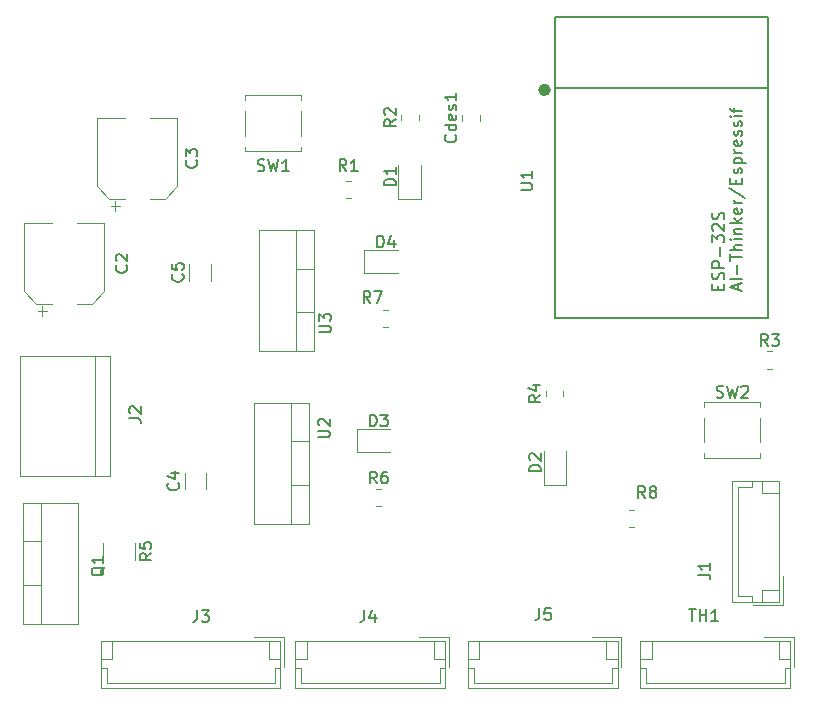
<source format=gbr>
%TF.GenerationSoftware,KiCad,Pcbnew,(5.1.12)-1*%
%TF.CreationDate,2022-01-20T18:25:14-05:00*%
%TF.ProjectId,PCB-ESP32S,5043422d-4553-4503-9332-532e6b696361,rev?*%
%TF.SameCoordinates,Original*%
%TF.FileFunction,Legend,Top*%
%TF.FilePolarity,Positive*%
%FSLAX46Y46*%
G04 Gerber Fmt 4.6, Leading zero omitted, Abs format (unit mm)*
G04 Created by KiCad (PCBNEW (5.1.12)-1) date 2022-01-20 18:25:14*
%MOMM*%
%LPD*%
G01*
G04 APERTURE LIST*
%ADD10C,0.120000*%
%ADD11C,0.150000*%
%ADD12C,0.500000*%
G04 APERTURE END LIST*
D10*
%TO.C,J1*%
X230700000Y-120085000D02*
X234720000Y-120085000D01*
X234720000Y-120085000D02*
X234720000Y-109865000D01*
X234720000Y-109865000D02*
X230700000Y-109865000D01*
X230700000Y-109865000D02*
X230700000Y-120085000D01*
X232410000Y-120085000D02*
X232410000Y-119585000D01*
X232410000Y-119585000D02*
X231200000Y-119585000D01*
X231200000Y-119585000D02*
X231200000Y-110365000D01*
X231200000Y-110365000D02*
X232410000Y-110365000D01*
X232410000Y-110365000D02*
X232410000Y-109865000D01*
X233220000Y-120085000D02*
X233220000Y-119085000D01*
X233220000Y-119085000D02*
X234720000Y-119085000D01*
X233220000Y-109865000D02*
X233220000Y-110865000D01*
X233220000Y-110865000D02*
X234720000Y-110865000D01*
X232520000Y-120385000D02*
X235020000Y-120385000D01*
X235020000Y-120385000D02*
X235020000Y-117885000D01*
%TO.C,J3*%
X192475000Y-127440000D02*
X192475000Y-123420000D01*
X192475000Y-123420000D02*
X177255000Y-123420000D01*
X177255000Y-123420000D02*
X177255000Y-127440000D01*
X177255000Y-127440000D02*
X192475000Y-127440000D01*
X192475000Y-125730000D02*
X191975000Y-125730000D01*
X191975000Y-125730000D02*
X191975000Y-126940000D01*
X191975000Y-126940000D02*
X177755000Y-126940000D01*
X177755000Y-126940000D02*
X177755000Y-125730000D01*
X177755000Y-125730000D02*
X177255000Y-125730000D01*
X192475000Y-124920000D02*
X191475000Y-124920000D01*
X191475000Y-124920000D02*
X191475000Y-123420000D01*
X177255000Y-124920000D02*
X178255000Y-124920000D01*
X178255000Y-124920000D02*
X178255000Y-123420000D01*
X192775000Y-125620000D02*
X192775000Y-123120000D01*
X192775000Y-123120000D02*
X190275000Y-123120000D01*
%TO.C,J4*%
X206445000Y-127440000D02*
X206445000Y-123420000D01*
X206445000Y-123420000D02*
X193725000Y-123420000D01*
X193725000Y-123420000D02*
X193725000Y-127440000D01*
X193725000Y-127440000D02*
X206445000Y-127440000D01*
X206445000Y-125730000D02*
X205945000Y-125730000D01*
X205945000Y-125730000D02*
X205945000Y-126940000D01*
X205945000Y-126940000D02*
X194225000Y-126940000D01*
X194225000Y-126940000D02*
X194225000Y-125730000D01*
X194225000Y-125730000D02*
X193725000Y-125730000D01*
X206445000Y-124920000D02*
X205445000Y-124920000D01*
X205445000Y-124920000D02*
X205445000Y-123420000D01*
X193725000Y-124920000D02*
X194725000Y-124920000D01*
X194725000Y-124920000D02*
X194725000Y-123420000D01*
X206745000Y-125620000D02*
X206745000Y-123120000D01*
X206745000Y-123120000D02*
X204245000Y-123120000D01*
%TO.C,J5*%
X221050000Y-127440000D02*
X221050000Y-123420000D01*
X221050000Y-123420000D02*
X208330000Y-123420000D01*
X208330000Y-123420000D02*
X208330000Y-127440000D01*
X208330000Y-127440000D02*
X221050000Y-127440000D01*
X221050000Y-125730000D02*
X220550000Y-125730000D01*
X220550000Y-125730000D02*
X220550000Y-126940000D01*
X220550000Y-126940000D02*
X208830000Y-126940000D01*
X208830000Y-126940000D02*
X208830000Y-125730000D01*
X208830000Y-125730000D02*
X208330000Y-125730000D01*
X221050000Y-124920000D02*
X220050000Y-124920000D01*
X220050000Y-124920000D02*
X220050000Y-123420000D01*
X208330000Y-124920000D02*
X209330000Y-124920000D01*
X209330000Y-124920000D02*
X209330000Y-123420000D01*
X221350000Y-125620000D02*
X221350000Y-123120000D01*
X221350000Y-123120000D02*
X218850000Y-123120000D01*
%TO.C,TH1*%
X235655000Y-127440000D02*
X235655000Y-123420000D01*
X235655000Y-123420000D02*
X222935000Y-123420000D01*
X222935000Y-123420000D02*
X222935000Y-127440000D01*
X222935000Y-127440000D02*
X235655000Y-127440000D01*
X235655000Y-125730000D02*
X235155000Y-125730000D01*
X235155000Y-125730000D02*
X235155000Y-126940000D01*
X235155000Y-126940000D02*
X223435000Y-126940000D01*
X223435000Y-126940000D02*
X223435000Y-125730000D01*
X223435000Y-125730000D02*
X222935000Y-125730000D01*
X235655000Y-124920000D02*
X234655000Y-124920000D01*
X234655000Y-124920000D02*
X234655000Y-123420000D01*
X222935000Y-124920000D02*
X223935000Y-124920000D01*
X223935000Y-124920000D02*
X223935000Y-123420000D01*
X235955000Y-125620000D02*
X235955000Y-123120000D01*
X235955000Y-123120000D02*
X233455000Y-123120000D01*
%TO.C,R5*%
X180171000Y-115100263D02*
X180171000Y-116547737D01*
X177461000Y-115100263D02*
X177461000Y-116547737D01*
%TO.C,U3*%
X195294000Y-88631400D02*
X195294000Y-98871400D01*
X190653000Y-88631400D02*
X190653000Y-98871400D01*
X195294000Y-88631400D02*
X190653000Y-88631400D01*
X195294000Y-98871400D02*
X190653000Y-98871400D01*
X193784000Y-88631400D02*
X193784000Y-98871400D01*
X195294000Y-91901400D02*
X193784000Y-91901400D01*
X195294000Y-95602400D02*
X193784000Y-95602400D01*
%TO.C,SW2*%
X228376300Y-103192400D02*
X233116300Y-103192400D01*
X228376300Y-103192400D02*
X228376300Y-103592400D01*
X233116300Y-103192400D02*
X233116300Y-103592400D01*
X228376300Y-107932400D02*
X228376300Y-107532400D01*
X228376300Y-107932400D02*
X233116300Y-107932400D01*
X233116300Y-107932400D02*
X233116300Y-107532400D01*
X233116300Y-106592400D02*
X233116300Y-104532400D01*
X228376300Y-106592400D02*
X228376300Y-104532400D01*
%TO.C,SW1*%
X189501600Y-77233600D02*
X194241600Y-77233600D01*
X189501600Y-77233600D02*
X189501600Y-77633600D01*
X194241600Y-77233600D02*
X194241600Y-77633600D01*
X189501600Y-81973600D02*
X189501600Y-81573600D01*
X189501600Y-81973600D02*
X194241600Y-81973600D01*
X194241600Y-81973600D02*
X194241600Y-81573600D01*
X194241600Y-80633600D02*
X194241600Y-78573600D01*
X189501600Y-80633600D02*
X189501600Y-78573600D01*
%TO.C,R8*%
X222438964Y-113765000D02*
X221984836Y-113765000D01*
X222438964Y-112295000D02*
X221984836Y-112295000D01*
%TO.C,Q1*%
X170720000Y-121960000D02*
X170720000Y-111720000D01*
X175361000Y-121960000D02*
X175361000Y-111720000D01*
X170720000Y-121960000D02*
X175361000Y-121960000D01*
X170720000Y-111720000D02*
X175361000Y-111720000D01*
X172230000Y-121960000D02*
X172230000Y-111720000D01*
X170720000Y-118690000D02*
X172230000Y-118690000D01*
X170720000Y-114989000D02*
X172230000Y-114989000D01*
%TO.C,Cdes1*%
X209345200Y-79382252D02*
X209345200Y-78859748D01*
X207875200Y-79382252D02*
X207875200Y-78859748D01*
%TO.C,C2*%
X171926550Y-95483750D02*
X172714050Y-95483750D01*
X172320300Y-95877500D02*
X172320300Y-95090000D01*
X176513363Y-94850000D02*
X177577800Y-93785563D01*
X171822237Y-94850000D02*
X170757800Y-93785563D01*
X171822237Y-94850000D02*
X173107800Y-94850000D01*
X176513363Y-94850000D02*
X175227800Y-94850000D01*
X177577800Y-93785563D02*
X177577800Y-88030000D01*
X170757800Y-93785563D02*
X170757800Y-88030000D01*
X170757800Y-88030000D02*
X173107800Y-88030000D01*
X177577800Y-88030000D02*
X175227800Y-88030000D01*
%TO.C,J2*%
X178054000Y-109474000D02*
X178054000Y-99314000D01*
X170434000Y-109474000D02*
X178054000Y-109474000D01*
X170434000Y-99314000D02*
X170434000Y-109474000D01*
X178054000Y-99314000D02*
X170434000Y-99314000D01*
X176784000Y-99314000D02*
X176784000Y-109474000D01*
%TO.C,D2*%
X216682200Y-110178300D02*
X216682200Y-107318300D01*
X214762200Y-110178300D02*
X216682200Y-110178300D01*
X214762200Y-107318300D02*
X214762200Y-110178300D01*
%TO.C,D1*%
X202468600Y-83099400D02*
X202468600Y-85959400D01*
X202468600Y-85959400D02*
X204388600Y-85959400D01*
X204388600Y-85959400D02*
X204388600Y-83099400D01*
%TO.C,D3*%
X198918000Y-107411400D02*
X201778000Y-107411400D01*
X198918000Y-105491400D02*
X198918000Y-107411400D01*
X201778000Y-105491400D02*
X198918000Y-105491400D01*
%TO.C,C5*%
X186584000Y-92913252D02*
X186584000Y-91490748D01*
X184764000Y-92913252D02*
X184764000Y-91490748D01*
%TO.C,C3*%
X178098750Y-86593750D02*
X178886250Y-86593750D01*
X178492500Y-86987500D02*
X178492500Y-86200000D01*
X182685563Y-85960000D02*
X183750000Y-84895563D01*
X177994437Y-85960000D02*
X176930000Y-84895563D01*
X177994437Y-85960000D02*
X179280000Y-85960000D01*
X182685563Y-85960000D02*
X181400000Y-85960000D01*
X183750000Y-84895563D02*
X183750000Y-79140000D01*
X176930000Y-84895563D02*
X176930000Y-79140000D01*
X176930000Y-79140000D02*
X179280000Y-79140000D01*
X183750000Y-79140000D02*
X181400000Y-79140000D01*
%TO.C,C4*%
X186203000Y-110591652D02*
X186203000Y-109169148D01*
X184383000Y-110591652D02*
X184383000Y-109169148D01*
%TO.C,U2*%
X194913000Y-103236400D02*
X194913000Y-113476400D01*
X190272000Y-103236400D02*
X190272000Y-113476400D01*
X194913000Y-103236400D02*
X190272000Y-103236400D01*
X194913000Y-113476400D02*
X190272000Y-113476400D01*
X193403000Y-103236400D02*
X193403000Y-113476400D01*
X194913000Y-106506400D02*
X193403000Y-106506400D01*
X194913000Y-110207400D02*
X193403000Y-110207400D01*
%TO.C,R4*%
X214949100Y-102690664D02*
X214949100Y-102236536D01*
X216419100Y-102690664D02*
X216419100Y-102236536D01*
%TO.C,R2*%
X202719000Y-79322664D02*
X202719000Y-78868536D01*
X204189000Y-79322664D02*
X204189000Y-78868536D01*
%TO.C,R7*%
X201166236Y-95391300D02*
X201620364Y-95391300D01*
X201166236Y-96861300D02*
X201620364Y-96861300D01*
%TO.C,R6*%
X200559936Y-110542400D02*
X201014064Y-110542400D01*
X200559936Y-112012400D02*
X201014064Y-112012400D01*
%TO.C,R3*%
X233668836Y-98909200D02*
X234122964Y-98909200D01*
X233668836Y-100379200D02*
X234122964Y-100379200D01*
%TO.C,R1*%
X198448664Y-85952000D02*
X197994536Y-85952000D01*
X198448664Y-84482000D02*
X197994536Y-84482000D01*
%TO.C,D4*%
X202409300Y-90340300D02*
X199549300Y-90340300D01*
X199549300Y-90340300D02*
X199549300Y-92260300D01*
X199549300Y-92260300D02*
X202409300Y-92260300D01*
D11*
%TO.C,U1*%
X233737434Y-70612662D02*
X215737434Y-70612662D01*
X233737434Y-96112662D02*
X215737434Y-96112662D01*
X233737434Y-70612662D02*
X233737434Y-96112662D01*
X215737434Y-70612662D02*
X215737434Y-96112662D01*
X233737434Y-76612662D02*
X215737434Y-76612662D01*
D12*
X215115415Y-76758662D02*
G75*
G03*
X215115415Y-76758662I-283981J0D01*
G01*
%TO.C,*%
D11*
%TO.C,J1*%
X227862380Y-117808333D02*
X228576666Y-117808333D01*
X228719523Y-117855952D01*
X228814761Y-117951190D01*
X228862380Y-118094047D01*
X228862380Y-118189285D01*
X228862380Y-116808333D02*
X228862380Y-117379761D01*
X228862380Y-117094047D02*
X227862380Y-117094047D01*
X228005238Y-117189285D01*
X228100476Y-117284523D01*
X228148095Y-117379761D01*
%TO.C,J3*%
X185416866Y-120813580D02*
X185416866Y-121527866D01*
X185369247Y-121670723D01*
X185274009Y-121765961D01*
X185131152Y-121813580D01*
X185035914Y-121813580D01*
X185797819Y-120813580D02*
X186416866Y-120813580D01*
X186083533Y-121194533D01*
X186226390Y-121194533D01*
X186321628Y-121242152D01*
X186369247Y-121289771D01*
X186416866Y-121385009D01*
X186416866Y-121623104D01*
X186369247Y-121718342D01*
X186321628Y-121765961D01*
X186226390Y-121813580D01*
X185940676Y-121813580D01*
X185845438Y-121765961D01*
X185797819Y-121718342D01*
%TO.C,J4*%
X199564666Y-120813580D02*
X199564666Y-121527866D01*
X199517047Y-121670723D01*
X199421809Y-121765961D01*
X199278952Y-121813580D01*
X199183714Y-121813580D01*
X200469428Y-121146914D02*
X200469428Y-121813580D01*
X200231333Y-120765961D02*
X199993238Y-121480247D01*
X200612285Y-121480247D01*
%TO.C,J5*%
X214398266Y-120635780D02*
X214398266Y-121350066D01*
X214350647Y-121492923D01*
X214255409Y-121588161D01*
X214112552Y-121635780D01*
X214017314Y-121635780D01*
X215350647Y-120635780D02*
X214874457Y-120635780D01*
X214826838Y-121111971D01*
X214874457Y-121064352D01*
X214969695Y-121016733D01*
X215207790Y-121016733D01*
X215303028Y-121064352D01*
X215350647Y-121111971D01*
X215398266Y-121207209D01*
X215398266Y-121445304D01*
X215350647Y-121540542D01*
X215303028Y-121588161D01*
X215207790Y-121635780D01*
X214969695Y-121635780D01*
X214874457Y-121588161D01*
X214826838Y-121540542D01*
%TO.C,TH1*%
X227060285Y-120737380D02*
X227631714Y-120737380D01*
X227346000Y-121737380D02*
X227346000Y-120737380D01*
X227965047Y-121737380D02*
X227965047Y-120737380D01*
X227965047Y-121213571D02*
X228536476Y-121213571D01*
X228536476Y-121737380D02*
X228536476Y-120737380D01*
X229536476Y-121737380D02*
X228965047Y-121737380D01*
X229250761Y-121737380D02*
X229250761Y-120737380D01*
X229155523Y-120880238D01*
X229060285Y-120975476D01*
X228965047Y-121023095D01*
%TO.C,R5*%
X181548380Y-115990666D02*
X181072190Y-116324000D01*
X181548380Y-116562095D02*
X180548380Y-116562095D01*
X180548380Y-116181142D01*
X180596000Y-116085904D01*
X180643619Y-116038285D01*
X180738857Y-115990666D01*
X180881714Y-115990666D01*
X180976952Y-116038285D01*
X181024571Y-116085904D01*
X181072190Y-116181142D01*
X181072190Y-116562095D01*
X180548380Y-115085904D02*
X180548380Y-115562095D01*
X181024571Y-115609714D01*
X180976952Y-115562095D01*
X180929333Y-115466857D01*
X180929333Y-115228761D01*
X180976952Y-115133523D01*
X181024571Y-115085904D01*
X181119809Y-115038285D01*
X181357904Y-115038285D01*
X181453142Y-115085904D01*
X181500761Y-115133523D01*
X181548380Y-115228761D01*
X181548380Y-115466857D01*
X181500761Y-115562095D01*
X181453142Y-115609714D01*
%TO.C,U3*%
X195746380Y-97281904D02*
X196555904Y-97281904D01*
X196651142Y-97234285D01*
X196698761Y-97186666D01*
X196746380Y-97091428D01*
X196746380Y-96900952D01*
X196698761Y-96805714D01*
X196651142Y-96758095D01*
X196555904Y-96710476D01*
X195746380Y-96710476D01*
X195746380Y-96329523D02*
X195746380Y-95710476D01*
X196127333Y-96043809D01*
X196127333Y-95900952D01*
X196174952Y-95805714D01*
X196222571Y-95758095D01*
X196317809Y-95710476D01*
X196555904Y-95710476D01*
X196651142Y-95758095D01*
X196698761Y-95805714D01*
X196746380Y-95900952D01*
X196746380Y-96186666D01*
X196698761Y-96281904D01*
X196651142Y-96329523D01*
%TO.C,SW2*%
X229412966Y-102767161D02*
X229555823Y-102814780D01*
X229793919Y-102814780D01*
X229889157Y-102767161D01*
X229936776Y-102719542D01*
X229984395Y-102624304D01*
X229984395Y-102529066D01*
X229936776Y-102433828D01*
X229889157Y-102386209D01*
X229793919Y-102338590D01*
X229603442Y-102290971D01*
X229508204Y-102243352D01*
X229460585Y-102195733D01*
X229412966Y-102100495D01*
X229412966Y-102005257D01*
X229460585Y-101910019D01*
X229508204Y-101862400D01*
X229603442Y-101814780D01*
X229841538Y-101814780D01*
X229984395Y-101862400D01*
X230317728Y-101814780D02*
X230555823Y-102814780D01*
X230746300Y-102100495D01*
X230936776Y-102814780D01*
X231174871Y-101814780D01*
X231508204Y-101910019D02*
X231555823Y-101862400D01*
X231651061Y-101814780D01*
X231889157Y-101814780D01*
X231984395Y-101862400D01*
X232032014Y-101910019D01*
X232079633Y-102005257D01*
X232079633Y-102100495D01*
X232032014Y-102243352D01*
X231460585Y-102814780D01*
X232079633Y-102814780D01*
%TO.C,SW1*%
X190538266Y-83589761D02*
X190681123Y-83637380D01*
X190919219Y-83637380D01*
X191014457Y-83589761D01*
X191062076Y-83542142D01*
X191109695Y-83446904D01*
X191109695Y-83351666D01*
X191062076Y-83256428D01*
X191014457Y-83208809D01*
X190919219Y-83161190D01*
X190728742Y-83113571D01*
X190633504Y-83065952D01*
X190585885Y-83018333D01*
X190538266Y-82923095D01*
X190538266Y-82827857D01*
X190585885Y-82732619D01*
X190633504Y-82685000D01*
X190728742Y-82637380D01*
X190966838Y-82637380D01*
X191109695Y-82685000D01*
X191443028Y-82637380D02*
X191681123Y-83637380D01*
X191871600Y-82923095D01*
X192062076Y-83637380D01*
X192300171Y-82637380D01*
X193204933Y-83637380D02*
X192633504Y-83637380D01*
X192919219Y-83637380D02*
X192919219Y-82637380D01*
X192823980Y-82780238D01*
X192728742Y-82875476D01*
X192633504Y-82923095D01*
%TO.C,R8*%
X223353333Y-111310680D02*
X223020000Y-110834490D01*
X222781904Y-111310680D02*
X222781904Y-110310680D01*
X223162857Y-110310680D01*
X223258095Y-110358300D01*
X223305714Y-110405919D01*
X223353333Y-110501157D01*
X223353333Y-110644014D01*
X223305714Y-110739252D01*
X223258095Y-110786871D01*
X223162857Y-110834490D01*
X222781904Y-110834490D01*
X223924761Y-110739252D02*
X223829523Y-110691633D01*
X223781904Y-110644014D01*
X223734285Y-110548776D01*
X223734285Y-110501157D01*
X223781904Y-110405919D01*
X223829523Y-110358300D01*
X223924761Y-110310680D01*
X224115238Y-110310680D01*
X224210476Y-110358300D01*
X224258095Y-110405919D01*
X224305714Y-110501157D01*
X224305714Y-110548776D01*
X224258095Y-110644014D01*
X224210476Y-110691633D01*
X224115238Y-110739252D01*
X223924761Y-110739252D01*
X223829523Y-110786871D01*
X223781904Y-110834490D01*
X223734285Y-110929728D01*
X223734285Y-111120204D01*
X223781904Y-111215442D01*
X223829523Y-111263061D01*
X223924761Y-111310680D01*
X224115238Y-111310680D01*
X224210476Y-111263061D01*
X224258095Y-111215442D01*
X224305714Y-111120204D01*
X224305714Y-110929728D01*
X224258095Y-110834490D01*
X224210476Y-110786871D01*
X224115238Y-110739252D01*
%TO.C,Q1*%
X177585619Y-117151138D02*
X177538000Y-117246376D01*
X177442761Y-117341614D01*
X177299904Y-117484471D01*
X177252285Y-117579709D01*
X177252285Y-117674947D01*
X177490380Y-117627328D02*
X177442761Y-117722566D01*
X177347523Y-117817804D01*
X177157047Y-117865423D01*
X176823714Y-117865423D01*
X176633238Y-117817804D01*
X176538000Y-117722566D01*
X176490380Y-117627328D01*
X176490380Y-117436852D01*
X176538000Y-117341614D01*
X176633238Y-117246376D01*
X176823714Y-117198757D01*
X177157047Y-117198757D01*
X177347523Y-117246376D01*
X177442761Y-117341614D01*
X177490380Y-117436852D01*
X177490380Y-117627328D01*
X177490380Y-116246376D02*
X177490380Y-116817804D01*
X177490380Y-116532090D02*
X176490380Y-116532090D01*
X176633238Y-116627328D01*
X176728476Y-116722566D01*
X176776095Y-116817804D01*
%TO.C,Cdes1*%
X207287342Y-80573380D02*
X207334961Y-80621000D01*
X207382580Y-80763857D01*
X207382580Y-80859095D01*
X207334961Y-81001952D01*
X207239723Y-81097190D01*
X207144485Y-81144809D01*
X206954009Y-81192428D01*
X206811152Y-81192428D01*
X206620676Y-81144809D01*
X206525438Y-81097190D01*
X206430200Y-81001952D01*
X206382580Y-80859095D01*
X206382580Y-80763857D01*
X206430200Y-80621000D01*
X206477819Y-80573380D01*
X207382580Y-79716238D02*
X206382580Y-79716238D01*
X207334961Y-79716238D02*
X207382580Y-79811476D01*
X207382580Y-80001952D01*
X207334961Y-80097190D01*
X207287342Y-80144809D01*
X207192104Y-80192428D01*
X206906390Y-80192428D01*
X206811152Y-80144809D01*
X206763533Y-80097190D01*
X206715914Y-80001952D01*
X206715914Y-79811476D01*
X206763533Y-79716238D01*
X207334961Y-78859095D02*
X207382580Y-78954333D01*
X207382580Y-79144809D01*
X207334961Y-79240047D01*
X207239723Y-79287666D01*
X206858771Y-79287666D01*
X206763533Y-79240047D01*
X206715914Y-79144809D01*
X206715914Y-78954333D01*
X206763533Y-78859095D01*
X206858771Y-78811476D01*
X206954009Y-78811476D01*
X207049247Y-79287666D01*
X207334961Y-78430523D02*
X207382580Y-78335285D01*
X207382580Y-78144809D01*
X207334961Y-78049571D01*
X207239723Y-78001952D01*
X207192104Y-78001952D01*
X207096866Y-78049571D01*
X207049247Y-78144809D01*
X207049247Y-78287666D01*
X207001628Y-78382904D01*
X206906390Y-78430523D01*
X206858771Y-78430523D01*
X206763533Y-78382904D01*
X206715914Y-78287666D01*
X206715914Y-78144809D01*
X206763533Y-78049571D01*
X207382580Y-77049571D02*
X207382580Y-77621000D01*
X207382580Y-77335285D02*
X206382580Y-77335285D01*
X206525438Y-77430523D01*
X206620676Y-77525761D01*
X206668295Y-77621000D01*
%TO.C,C2*%
X179427142Y-91606666D02*
X179474761Y-91654285D01*
X179522380Y-91797142D01*
X179522380Y-91892380D01*
X179474761Y-92035238D01*
X179379523Y-92130476D01*
X179284285Y-92178095D01*
X179093809Y-92225714D01*
X178950952Y-92225714D01*
X178760476Y-92178095D01*
X178665238Y-92130476D01*
X178570000Y-92035238D01*
X178522380Y-91892380D01*
X178522380Y-91797142D01*
X178570000Y-91654285D01*
X178617619Y-91606666D01*
X178617619Y-91225714D02*
X178570000Y-91178095D01*
X178522380Y-91082857D01*
X178522380Y-90844761D01*
X178570000Y-90749523D01*
X178617619Y-90701904D01*
X178712857Y-90654285D01*
X178808095Y-90654285D01*
X178950952Y-90701904D01*
X179522380Y-91273333D01*
X179522380Y-90654285D01*
%TO.C,J2*%
X179665380Y-104562233D02*
X180379666Y-104562233D01*
X180522523Y-104609852D01*
X180617761Y-104705090D01*
X180665380Y-104847947D01*
X180665380Y-104943185D01*
X179760619Y-104133661D02*
X179713000Y-104086042D01*
X179665380Y-103990804D01*
X179665380Y-103752709D01*
X179713000Y-103657471D01*
X179760619Y-103609852D01*
X179855857Y-103562233D01*
X179951095Y-103562233D01*
X180093952Y-103609852D01*
X180665380Y-104181280D01*
X180665380Y-103562233D01*
%TO.C,D2*%
X214524580Y-109056395D02*
X213524580Y-109056395D01*
X213524580Y-108818300D01*
X213572200Y-108675442D01*
X213667438Y-108580204D01*
X213762676Y-108532585D01*
X213953152Y-108484966D01*
X214096009Y-108484966D01*
X214286485Y-108532585D01*
X214381723Y-108580204D01*
X214476961Y-108675442D01*
X214524580Y-108818300D01*
X214524580Y-109056395D01*
X213619819Y-108104014D02*
X213572200Y-108056395D01*
X213524580Y-107961157D01*
X213524580Y-107723061D01*
X213572200Y-107627823D01*
X213619819Y-107580204D01*
X213715057Y-107532585D01*
X213810295Y-107532585D01*
X213953152Y-107580204D01*
X214524580Y-108151633D01*
X214524580Y-107532585D01*
%TO.C,D1*%
X202230980Y-84837495D02*
X201230980Y-84837495D01*
X201230980Y-84599400D01*
X201278600Y-84456542D01*
X201373838Y-84361304D01*
X201469076Y-84313685D01*
X201659552Y-84266066D01*
X201802409Y-84266066D01*
X201992885Y-84313685D01*
X202088123Y-84361304D01*
X202183361Y-84456542D01*
X202230980Y-84599400D01*
X202230980Y-84837495D01*
X202230980Y-83313685D02*
X202230980Y-83885114D01*
X202230980Y-83599400D02*
X201230980Y-83599400D01*
X201373838Y-83694638D01*
X201469076Y-83789876D01*
X201516695Y-83885114D01*
%TO.C,D3*%
X200039904Y-105253780D02*
X200039904Y-104253780D01*
X200278000Y-104253780D01*
X200420857Y-104301400D01*
X200516095Y-104396638D01*
X200563714Y-104491876D01*
X200611333Y-104682352D01*
X200611333Y-104825209D01*
X200563714Y-105015685D01*
X200516095Y-105110923D01*
X200420857Y-105206161D01*
X200278000Y-105253780D01*
X200039904Y-105253780D01*
X200944666Y-104253780D02*
X201563714Y-104253780D01*
X201230380Y-104634733D01*
X201373238Y-104634733D01*
X201468476Y-104682352D01*
X201516095Y-104729971D01*
X201563714Y-104825209D01*
X201563714Y-105063304D01*
X201516095Y-105158542D01*
X201468476Y-105206161D01*
X201373238Y-105253780D01*
X201087523Y-105253780D01*
X200992285Y-105206161D01*
X200944666Y-105158542D01*
%TO.C,C5*%
X184181142Y-92368666D02*
X184228761Y-92416285D01*
X184276380Y-92559142D01*
X184276380Y-92654380D01*
X184228761Y-92797238D01*
X184133523Y-92892476D01*
X184038285Y-92940095D01*
X183847809Y-92987714D01*
X183704952Y-92987714D01*
X183514476Y-92940095D01*
X183419238Y-92892476D01*
X183324000Y-92797238D01*
X183276380Y-92654380D01*
X183276380Y-92559142D01*
X183324000Y-92416285D01*
X183371619Y-92368666D01*
X183276380Y-91463904D02*
X183276380Y-91940095D01*
X183752571Y-91987714D01*
X183704952Y-91940095D01*
X183657333Y-91844857D01*
X183657333Y-91606761D01*
X183704952Y-91511523D01*
X183752571Y-91463904D01*
X183847809Y-91416285D01*
X184085904Y-91416285D01*
X184181142Y-91463904D01*
X184228761Y-91511523D01*
X184276380Y-91606761D01*
X184276380Y-91844857D01*
X184228761Y-91940095D01*
X184181142Y-91987714D01*
%TO.C,C3*%
X185358042Y-82716666D02*
X185405661Y-82764285D01*
X185453280Y-82907142D01*
X185453280Y-83002380D01*
X185405661Y-83145238D01*
X185310423Y-83240476D01*
X185215185Y-83288095D01*
X185024709Y-83335714D01*
X184881852Y-83335714D01*
X184691376Y-83288095D01*
X184596138Y-83240476D01*
X184500900Y-83145238D01*
X184453280Y-83002380D01*
X184453280Y-82907142D01*
X184500900Y-82764285D01*
X184548519Y-82716666D01*
X184453280Y-82383333D02*
X184453280Y-81764285D01*
X184834233Y-82097619D01*
X184834233Y-81954761D01*
X184881852Y-81859523D01*
X184929471Y-81811904D01*
X185024709Y-81764285D01*
X185262804Y-81764285D01*
X185358042Y-81811904D01*
X185405661Y-81859523D01*
X185453280Y-81954761D01*
X185453280Y-82240476D01*
X185405661Y-82335714D01*
X185358042Y-82383333D01*
%TO.C,C4*%
X183800142Y-110047066D02*
X183847761Y-110094685D01*
X183895380Y-110237542D01*
X183895380Y-110332780D01*
X183847761Y-110475638D01*
X183752523Y-110570876D01*
X183657285Y-110618495D01*
X183466809Y-110666114D01*
X183323952Y-110666114D01*
X183133476Y-110618495D01*
X183038238Y-110570876D01*
X182943000Y-110475638D01*
X182895380Y-110332780D01*
X182895380Y-110237542D01*
X182943000Y-110094685D01*
X182990619Y-110047066D01*
X183228714Y-109189923D02*
X183895380Y-109189923D01*
X182847761Y-109428019D02*
X183562047Y-109666114D01*
X183562047Y-109047066D01*
%TO.C,U2*%
X195667380Y-106171904D02*
X196476904Y-106171904D01*
X196572142Y-106124285D01*
X196619761Y-106076666D01*
X196667380Y-105981428D01*
X196667380Y-105790952D01*
X196619761Y-105695714D01*
X196572142Y-105648095D01*
X196476904Y-105600476D01*
X195667380Y-105600476D01*
X195762619Y-105171904D02*
X195715000Y-105124285D01*
X195667380Y-105029047D01*
X195667380Y-104790952D01*
X195715000Y-104695714D01*
X195762619Y-104648095D01*
X195857857Y-104600476D01*
X195953095Y-104600476D01*
X196095952Y-104648095D01*
X196667380Y-105219523D01*
X196667380Y-104600476D01*
%TO.C,R4*%
X214486480Y-102630266D02*
X214010290Y-102963600D01*
X214486480Y-103201695D02*
X213486480Y-103201695D01*
X213486480Y-102820742D01*
X213534100Y-102725504D01*
X213581719Y-102677885D01*
X213676957Y-102630266D01*
X213819814Y-102630266D01*
X213915052Y-102677885D01*
X213962671Y-102725504D01*
X214010290Y-102820742D01*
X214010290Y-103201695D01*
X213819814Y-101773123D02*
X214486480Y-101773123D01*
X213438861Y-102011219D02*
X214153147Y-102249314D01*
X214153147Y-101630266D01*
%TO.C,R2*%
X202256380Y-79262266D02*
X201780190Y-79595600D01*
X202256380Y-79833695D02*
X201256380Y-79833695D01*
X201256380Y-79452742D01*
X201304000Y-79357504D01*
X201351619Y-79309885D01*
X201446857Y-79262266D01*
X201589714Y-79262266D01*
X201684952Y-79309885D01*
X201732571Y-79357504D01*
X201780190Y-79452742D01*
X201780190Y-79833695D01*
X201351619Y-78881314D02*
X201304000Y-78833695D01*
X201256380Y-78738457D01*
X201256380Y-78500361D01*
X201304000Y-78405123D01*
X201351619Y-78357504D01*
X201446857Y-78309885D01*
X201542095Y-78309885D01*
X201684952Y-78357504D01*
X202256380Y-78928933D01*
X202256380Y-78309885D01*
%TO.C,R7*%
X200086933Y-94813380D02*
X199753600Y-94337190D01*
X199515504Y-94813380D02*
X199515504Y-93813380D01*
X199896457Y-93813380D01*
X199991695Y-93861000D01*
X200039314Y-93908619D01*
X200086933Y-94003857D01*
X200086933Y-94146714D01*
X200039314Y-94241952D01*
X199991695Y-94289571D01*
X199896457Y-94337190D01*
X199515504Y-94337190D01*
X200420266Y-93813380D02*
X201086933Y-93813380D01*
X200658361Y-94813380D01*
%TO.C,R6*%
X200620333Y-110079780D02*
X200287000Y-109603590D01*
X200048904Y-110079780D02*
X200048904Y-109079780D01*
X200429857Y-109079780D01*
X200525095Y-109127400D01*
X200572714Y-109175019D01*
X200620333Y-109270257D01*
X200620333Y-109413114D01*
X200572714Y-109508352D01*
X200525095Y-109555971D01*
X200429857Y-109603590D01*
X200048904Y-109603590D01*
X201477476Y-109079780D02*
X201287000Y-109079780D01*
X201191761Y-109127400D01*
X201144142Y-109175019D01*
X201048904Y-109317876D01*
X201001285Y-109508352D01*
X201001285Y-109889304D01*
X201048904Y-109984542D01*
X201096523Y-110032161D01*
X201191761Y-110079780D01*
X201382238Y-110079780D01*
X201477476Y-110032161D01*
X201525095Y-109984542D01*
X201572714Y-109889304D01*
X201572714Y-109651209D01*
X201525095Y-109555971D01*
X201477476Y-109508352D01*
X201382238Y-109460733D01*
X201191761Y-109460733D01*
X201096523Y-109508352D01*
X201048904Y-109555971D01*
X201001285Y-109651209D01*
%TO.C,R3*%
X233729233Y-98446580D02*
X233395900Y-97970390D01*
X233157804Y-98446580D02*
X233157804Y-97446580D01*
X233538757Y-97446580D01*
X233633995Y-97494200D01*
X233681614Y-97541819D01*
X233729233Y-97637057D01*
X233729233Y-97779914D01*
X233681614Y-97875152D01*
X233633995Y-97922771D01*
X233538757Y-97970390D01*
X233157804Y-97970390D01*
X234062566Y-97446580D02*
X234681614Y-97446580D01*
X234348280Y-97827533D01*
X234491138Y-97827533D01*
X234586376Y-97875152D01*
X234633995Y-97922771D01*
X234681614Y-98018009D01*
X234681614Y-98256104D01*
X234633995Y-98351342D01*
X234586376Y-98398961D01*
X234491138Y-98446580D01*
X234205423Y-98446580D01*
X234110185Y-98398961D01*
X234062566Y-98351342D01*
%TO.C,R1*%
X198054933Y-83637380D02*
X197721600Y-83161190D01*
X197483504Y-83637380D02*
X197483504Y-82637380D01*
X197864457Y-82637380D01*
X197959695Y-82685000D01*
X198007314Y-82732619D01*
X198054933Y-82827857D01*
X198054933Y-82970714D01*
X198007314Y-83065952D01*
X197959695Y-83113571D01*
X197864457Y-83161190D01*
X197483504Y-83161190D01*
X199007314Y-83637380D02*
X198435885Y-83637380D01*
X198721600Y-83637380D02*
X198721600Y-82637380D01*
X198626361Y-82780238D01*
X198531123Y-82875476D01*
X198435885Y-82923095D01*
%TO.C,D4*%
X200671204Y-90102680D02*
X200671204Y-89102680D01*
X200909300Y-89102680D01*
X201052157Y-89150300D01*
X201147395Y-89245538D01*
X201195014Y-89340776D01*
X201242633Y-89531252D01*
X201242633Y-89674109D01*
X201195014Y-89864585D01*
X201147395Y-89959823D01*
X201052157Y-90055061D01*
X200909300Y-90102680D01*
X200671204Y-90102680D01*
X202099776Y-89436014D02*
X202099776Y-90102680D01*
X201861680Y-89055061D02*
X201623585Y-89769347D01*
X202242633Y-89769347D01*
%TO.C,U1*%
X212812380Y-85216904D02*
X213621904Y-85216904D01*
X213717142Y-85169285D01*
X213764761Y-85121666D01*
X213812380Y-85026428D01*
X213812380Y-84835952D01*
X213764761Y-84740714D01*
X213717142Y-84693095D01*
X213621904Y-84645476D01*
X212812380Y-84645476D01*
X213812380Y-83645476D02*
X213812380Y-84216904D01*
X213812380Y-83931190D02*
X212812380Y-83931190D01*
X212955238Y-84026428D01*
X213050476Y-84121666D01*
X213098095Y-84216904D01*
X229518571Y-93668095D02*
X229518571Y-93334761D01*
X230042380Y-93191904D02*
X230042380Y-93668095D01*
X229042380Y-93668095D01*
X229042380Y-93191904D01*
X229994761Y-92810952D02*
X230042380Y-92668095D01*
X230042380Y-92430000D01*
X229994761Y-92334761D01*
X229947142Y-92287142D01*
X229851904Y-92239523D01*
X229756666Y-92239523D01*
X229661428Y-92287142D01*
X229613809Y-92334761D01*
X229566190Y-92430000D01*
X229518571Y-92620476D01*
X229470952Y-92715714D01*
X229423333Y-92763333D01*
X229328095Y-92810952D01*
X229232857Y-92810952D01*
X229137619Y-92763333D01*
X229090000Y-92715714D01*
X229042380Y-92620476D01*
X229042380Y-92382380D01*
X229090000Y-92239523D01*
X230042380Y-91810952D02*
X229042380Y-91810952D01*
X229042380Y-91430000D01*
X229090000Y-91334761D01*
X229137619Y-91287142D01*
X229232857Y-91239523D01*
X229375714Y-91239523D01*
X229470952Y-91287142D01*
X229518571Y-91334761D01*
X229566190Y-91430000D01*
X229566190Y-91810952D01*
X229661428Y-90810952D02*
X229661428Y-90049047D01*
X229042380Y-89668095D02*
X229042380Y-89049047D01*
X229423333Y-89382380D01*
X229423333Y-89239523D01*
X229470952Y-89144285D01*
X229518571Y-89096666D01*
X229613809Y-89049047D01*
X229851904Y-89049047D01*
X229947142Y-89096666D01*
X229994761Y-89144285D01*
X230042380Y-89239523D01*
X230042380Y-89525238D01*
X229994761Y-89620476D01*
X229947142Y-89668095D01*
X229137619Y-88668095D02*
X229090000Y-88620476D01*
X229042380Y-88525238D01*
X229042380Y-88287142D01*
X229090000Y-88191904D01*
X229137619Y-88144285D01*
X229232857Y-88096666D01*
X229328095Y-88096666D01*
X229470952Y-88144285D01*
X230042380Y-88715714D01*
X230042380Y-88096666D01*
X229994761Y-87715714D02*
X230042380Y-87572857D01*
X230042380Y-87334761D01*
X229994761Y-87239523D01*
X229947142Y-87191904D01*
X229851904Y-87144285D01*
X229756666Y-87144285D01*
X229661428Y-87191904D01*
X229613809Y-87239523D01*
X229566190Y-87334761D01*
X229518571Y-87525238D01*
X229470952Y-87620476D01*
X229423333Y-87668095D01*
X229328095Y-87715714D01*
X229232857Y-87715714D01*
X229137619Y-87668095D01*
X229090000Y-87620476D01*
X229042380Y-87525238D01*
X229042380Y-87287142D01*
X229090000Y-87144285D01*
X231256666Y-93696666D02*
X231256666Y-93220476D01*
X231542380Y-93791904D02*
X230542380Y-93458571D01*
X231542380Y-93125238D01*
X231542380Y-92791904D02*
X230542380Y-92791904D01*
X231161428Y-92315714D02*
X231161428Y-91553809D01*
X230542380Y-91220476D02*
X230542380Y-90649047D01*
X231542380Y-90934761D02*
X230542380Y-90934761D01*
X231542380Y-90315714D02*
X230542380Y-90315714D01*
X231542380Y-89887142D02*
X231018571Y-89887142D01*
X230923333Y-89934761D01*
X230875714Y-90030000D01*
X230875714Y-90172857D01*
X230923333Y-90268095D01*
X230970952Y-90315714D01*
X231542380Y-89410952D02*
X230875714Y-89410952D01*
X230542380Y-89410952D02*
X230590000Y-89458571D01*
X230637619Y-89410952D01*
X230590000Y-89363333D01*
X230542380Y-89410952D01*
X230637619Y-89410952D01*
X230875714Y-88934761D02*
X231542380Y-88934761D01*
X230970952Y-88934761D02*
X230923333Y-88887142D01*
X230875714Y-88791904D01*
X230875714Y-88649047D01*
X230923333Y-88553809D01*
X231018571Y-88506190D01*
X231542380Y-88506190D01*
X231542380Y-88030000D02*
X230542380Y-88030000D01*
X231161428Y-87934761D02*
X231542380Y-87649047D01*
X230875714Y-87649047D02*
X231256666Y-88030000D01*
X231494761Y-86839523D02*
X231542380Y-86934761D01*
X231542380Y-87125238D01*
X231494761Y-87220476D01*
X231399523Y-87268095D01*
X231018571Y-87268095D01*
X230923333Y-87220476D01*
X230875714Y-87125238D01*
X230875714Y-86934761D01*
X230923333Y-86839523D01*
X231018571Y-86791904D01*
X231113809Y-86791904D01*
X231209047Y-87268095D01*
X231542380Y-86363333D02*
X230875714Y-86363333D01*
X231066190Y-86363333D02*
X230970952Y-86315714D01*
X230923333Y-86268095D01*
X230875714Y-86172857D01*
X230875714Y-86077619D01*
X230494761Y-85030000D02*
X231780476Y-85887142D01*
X231018571Y-84696666D02*
X231018571Y-84363333D01*
X231542380Y-84220476D02*
X231542380Y-84696666D01*
X230542380Y-84696666D01*
X230542380Y-84220476D01*
X231494761Y-83839523D02*
X231542380Y-83744285D01*
X231542380Y-83553809D01*
X231494761Y-83458571D01*
X231399523Y-83410952D01*
X231351904Y-83410952D01*
X231256666Y-83458571D01*
X231209047Y-83553809D01*
X231209047Y-83696666D01*
X231161428Y-83791904D01*
X231066190Y-83839523D01*
X231018571Y-83839523D01*
X230923333Y-83791904D01*
X230875714Y-83696666D01*
X230875714Y-83553809D01*
X230923333Y-83458571D01*
X230875714Y-82982380D02*
X231875714Y-82982380D01*
X230923333Y-82982380D02*
X230875714Y-82887142D01*
X230875714Y-82696666D01*
X230923333Y-82601428D01*
X230970952Y-82553809D01*
X231066190Y-82506190D01*
X231351904Y-82506190D01*
X231447142Y-82553809D01*
X231494761Y-82601428D01*
X231542380Y-82696666D01*
X231542380Y-82887142D01*
X231494761Y-82982380D01*
X231542380Y-82077619D02*
X230875714Y-82077619D01*
X231066190Y-82077619D02*
X230970952Y-82030000D01*
X230923333Y-81982380D01*
X230875714Y-81887142D01*
X230875714Y-81791904D01*
X231494761Y-81077619D02*
X231542380Y-81172857D01*
X231542380Y-81363333D01*
X231494761Y-81458571D01*
X231399523Y-81506190D01*
X231018571Y-81506190D01*
X230923333Y-81458571D01*
X230875714Y-81363333D01*
X230875714Y-81172857D01*
X230923333Y-81077619D01*
X231018571Y-81030000D01*
X231113809Y-81030000D01*
X231209047Y-81506190D01*
X231494761Y-80649047D02*
X231542380Y-80553809D01*
X231542380Y-80363333D01*
X231494761Y-80268095D01*
X231399523Y-80220476D01*
X231351904Y-80220476D01*
X231256666Y-80268095D01*
X231209047Y-80363333D01*
X231209047Y-80506190D01*
X231161428Y-80601428D01*
X231066190Y-80649047D01*
X231018571Y-80649047D01*
X230923333Y-80601428D01*
X230875714Y-80506190D01*
X230875714Y-80363333D01*
X230923333Y-80268095D01*
X231494761Y-79839523D02*
X231542380Y-79744285D01*
X231542380Y-79553809D01*
X231494761Y-79458571D01*
X231399523Y-79410952D01*
X231351904Y-79410952D01*
X231256666Y-79458571D01*
X231209047Y-79553809D01*
X231209047Y-79696666D01*
X231161428Y-79791904D01*
X231066190Y-79839523D01*
X231018571Y-79839523D01*
X230923333Y-79791904D01*
X230875714Y-79696666D01*
X230875714Y-79553809D01*
X230923333Y-79458571D01*
X231542380Y-78982380D02*
X230875714Y-78982380D01*
X230542380Y-78982380D02*
X230590000Y-79030000D01*
X230637619Y-78982380D01*
X230590000Y-78934761D01*
X230542380Y-78982380D01*
X230637619Y-78982380D01*
X230875714Y-78649047D02*
X230875714Y-78268095D01*
X231542380Y-78506190D02*
X230685238Y-78506190D01*
X230590000Y-78458571D01*
X230542380Y-78363333D01*
X230542380Y-78268095D01*
%TD*%
M02*

</source>
